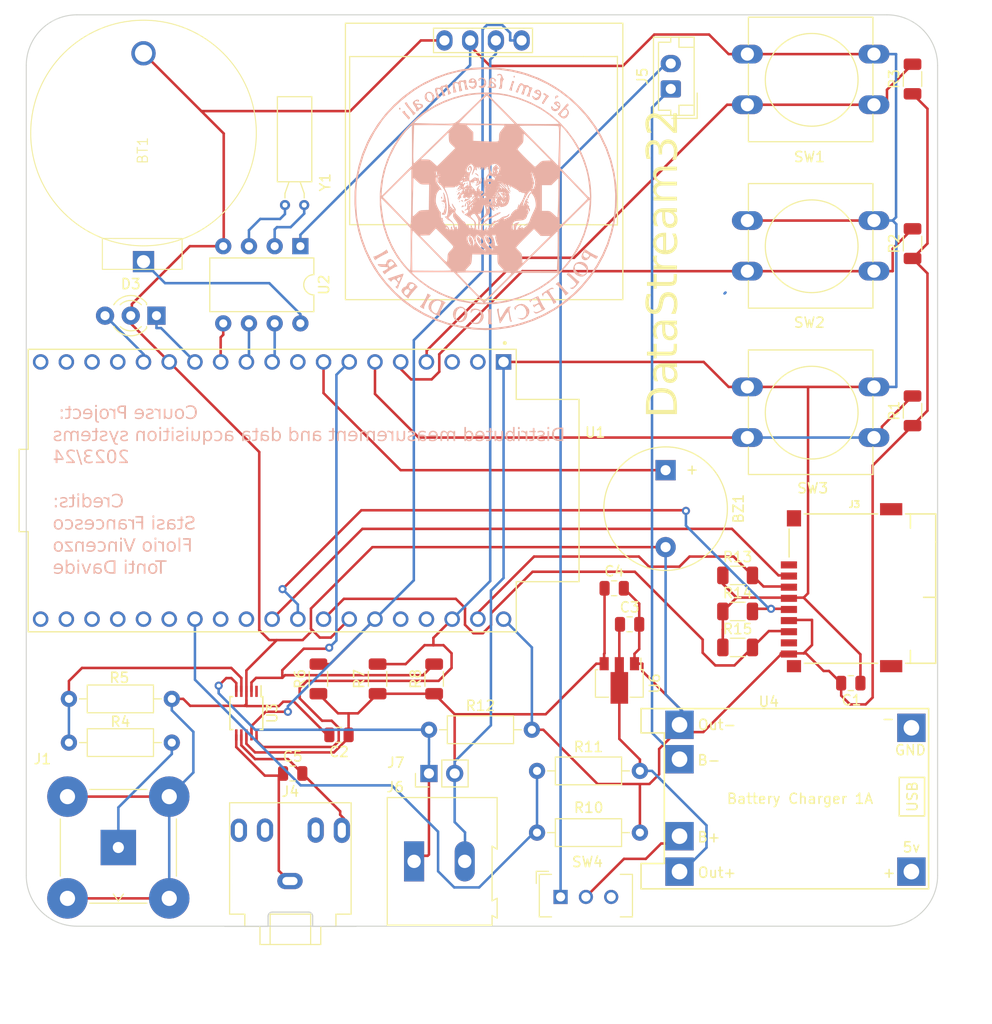
<source format=kicad_pcb>
(kicad_pcb (version 20221018) (generator pcbnew)
  (layers (0 "F.Cu" signal) (31 "B.Cu" signal) (34 "B.Paste" user) (35 "F.Paste" user) (36 "B.SilkS" user "B.Silkscreen") (37 "F.SilkS" user "F.Silkscreen") (38 "B.Mask" user) (39 "F.Mask" user) (44 "Edge.Cuts" user))
  (net 0 "")
  (net 1 "Net-(BT1-+)")
  (net 2 "GND")
  (net 3 "Net-(BZ1--)")
  (net 4 "+3.3V")
  (net 5 "Net-(U4-Vout+)")
  (net 6 "Net-(U3-AIN2)")
  (net 7 "Net-(U3-AIN3)")
  (net 8 "Net-(D3-A1)")
  (net 9 "Net-(D3-A2)")
  (net 10 "Net-(J1-In)")
  (net 11 "SCL")
  (net 12 "SDA")
  (net 14 "CS")
  (net 15 "MOSI")
  (net 16 "SCK")
  (net 17 "MISO")
  (net 20 "Net-(J5-Pin_1)")
  (net 21 "Net-(J5-Pin_2)")
  (net 22 "Net-(J6-Pin_1)")
  (net 23 "Net-(U1-IO35)")
  (net 24 "Net-(U1-IO34)")
  (net 25 "Net-(U1-SENSOR_VN)")
  (net 26 "Net-(U3-AIN0)")
  (net 27 "ALRT")
  (net 28 "BLEVEL")
  (net 29 "Net-(U4-B+)")
  (net 33 "SCLK")
  (net 34 "DTLOCK")
  (net 35 "CE")
  (net 50 "Net-(U2-X1)")
  (net 51 "Net-(U2-X2)")
  (footprint "Resistor_SMD:R_1206_3216Metric" (layer "F.Cu") (at 174.752 102.362)
    (fp_text reference "R13")
    (fp_text value "10kΩ")
  )
  (footprint "Resistor_SMD:R_1206_3216Metric" (layer "F.Cu") (at 192.024 86.106 90)
    (fp_text reference "R1")
    (fp_text value "10kΩ")
  )
  (footprint "Resistor_SMD:R_1206_3216Metric" (layer "F.Cu") (at 139.192 112.5835 90)
    (fp_text reference "R7")
    (fp_text value "10kΩ")
  )
  (footprint "000mylib:128x64OLED" (layer "F.Cu") (at 149.416 60.13)
    (fp_text reference "J2")
    (fp_text value "Conn_01x04")
  )
  (footprint "Resistor_SMD:R_1206_3216Metric" (layer "F.Cu") (at 192.024 69.596 90)
    (fp_text reference "R2")
    (fp_text value "10kΩ")
  )
  (footprint "Button_Switch_THT:SW_PUSH-12mm" (layer "F.Cu") (at 175.714 83.746)
    (fp_text reference "SW3")
    (fp_text value "SW_Push")
  )
  (footprint "Capacitor_SMD:C_0805_2012Metric" (layer "F.Cu") (at 162.56 103.632)
    (fp_text reference "C4")
    (fp_text value "10uF")
  )
  (footprint "000mylib:Battery_holder_cr2032" (layer "F.Cu") (at 116.078 58.674 90)
    (fp_text reference "BT1")
    (fp_text value "Battery_Cell")
  )
  (footprint "Resistor_SMD:R_1206_3216Metric" (layer "F.Cu") (at 144.78 112.5835 90)
    (fp_text reference "R8")
    (fp_text value "10kΩ")
  )
  (footprint "Capacitor_SMD:C_0805_2012Metric" (layer "F.Cu") (at 135.382 118.11 180)
    (fp_text reference "C2")
    (fp_text value "10uF")
  )
  (footprint "Connector_Coaxial:BNC_TEConnectivity_1478035_Horizontal" (layer "F.Cu") (at 113.593 129.231 180)
    (fp_text reference "J1")
    (fp_text value "Conn_Coaxial")
  )
  (footprint "Resistor_THT:R_Axial_DIN0207_L6.3mm_D2.5mm_P10.16mm_Horizontal" (layer "F.Cu") (at 144.272 117.602)
    (fp_text reference "R12")
    (fp_text value "1kΩ")
  )
  (footprint "TP4056-18650-master:TP4056-18650" (layer "F.Cu") (at 193.6125 133.3125 180)
    (fp_text reference "U4")
    (fp_text value "TP4056Module")
  )
  (footprint "Package_TO_SOT_SMD:SOT-89-3" (layer "F.Cu") (at 163.068 113.03 -90)
    (fp_text reference "U6")
    (fp_text value "HT7333-A")
  )
  (footprint "Connector_JST:JST_EH_B2B-EH-A_1x02_P2.50mm_Vertical" (layer "F.Cu") (at 168.148 54.316 90)
    (fp_text reference "J5")
    (fp_text value "Conn_01x02_Socket")
  )
  (footprint "Capacitor_SMD:C_0805_2012Metric" (layer "F.Cu") (at 130.81 121.92)
    (fp_text reference "C5")
    (fp_text value "22uf")
  )
  (footprint "Package_DIP:DIP-8_W7.62mm" (layer "F.Cu") (at 131.572 69.85 -90)
    (fp_text reference "U2")
    (fp_text value "DS1302+")
  )
  (footprint "Package_SO:TSSOP-10_3x3mm_P0.5mm" (layer "F.Cu") (at 126.238 115.96 -90)
    (fp_text reference "U3")
    (fp_text value "ADS1115IDGS")
  )
  (footprint "Resistor_SMD:R_1206_3216Metric" (layer "F.Cu") (at 174.752 105.918)
    (fp_text reference "R14")
    (fp_text value "10kΩ")
  )
  (footprint "Resistor_SMD:R_1206_3216Metric" (layer "F.Cu") (at 133.35 112.5835 90)
    (fp_text reference "R6")
    (fp_text value "10kΩ")
  )
  (footprint "TerminalBlock:TerminalBlock_Altech_AK300-2_P5.00mm" (layer "F.Cu") (at 142.8 130.6)
    (fp_text reference "J6")
    (fp_text value "Screw_Terminal_01x02")
  )
  (footprint "Buzzer_Beeper:Buzzer_12x9.5RM7.6" (layer "F.Cu") (at 167.64 91.968 -90)
    (fp_text reference "BZ1")
    (fp_text value "Buzzer")
  )
  (footprint "Button_Switch_THT:SW_PUSH-12mm" (layer "F.Cu") (at 175.714 50.88)
    (fp_text reference "SW1")
    (fp_text value "SW_Push")
  )
  (footprint "000mylib:SW_CuK_JS202011AQN_DPDT_Angled" (layer "F.Cu") (at 157.266 132.334)
    (fp_text reference "SW4")
    (fp_text value "SW_DIP_x01")
  )
  (footprint "microSDcard_SMD:J_SD_Card-micro_socket_A" (layer "F.Cu") (at 186.836455 104.538232 -90)
    (fp_text reference "J3")
    (fp_text value "Micro_SD_Card" hide)
  )
  (footprint "Capacitor_SMD:C_0805_2012Metric" (layer "F.Cu") (at 185.928 113 180)
    (fp_text reference "C1")
    (fp_text value "22nF")
  )
  (footprint "Resistor_SMD:R_1206_3216Metric" (layer "F.Cu") (at 192.024 53.34 90)
    (fp_text reference "R3")
    (fp_text value "10kΩ")
  )
  (footprint "Button_Switch_THT:SW_PUSH-12mm" (layer "F.Cu") (at 175.714 67.316)
    (fp_text reference "SW2")
    (fp_text value "SW_Push")
  )
  (footprint "LED_THT:LED_D3.0mm-3" (layer "F.Cu") (at 117.358 76.708 180)
    (fp_text reference "D3")
    (fp_text value "LED_Dual_AKA")
  )
  (footprint "Resistor_THT:R_Axial_DIN0207_L6.3mm_D2.5mm_P10.16mm_Horizontal" (layer "F.Cu") (at 108.712 114.554)
    (fp_text reference "R5")
    (fp_text value "10kΩ")
  )
  (footprint "Connector_PinHeader_2.54mm:PinHeader_1x02_P2.54mm_Vertical" (layer "F.Cu") (at 144.267 121.92 90)
    (fp_text reference "J7")
    (fp_text value "Conn_01x02")
  )
  (footprint "ESP32-DEVKITC:MODULE_ESP32-DEVKITC" (layer "F.Cu") (at 128.788 93.98 -90)
    (fp_text reference "U1")
    (fp_text value "ESP32-DEVKITC")
  )
  (footprint "Resistor_THT:R_Axial_DIN0207_L6.3mm_D2.5mm_P10.16mm_Horizontal" (layer "F.Cu") (at 154.94 121.666)
    (fp_text reference "R11")
    (fp_text value "27kΩ")
  )
  (footprint "Capacitor_SMD:C_0805_2012Metric" (layer "F.Cu") (at 164.084 107.188)
    (fp_text reference "C3")
    (fp_text value "10uF")
  )
  (footprint "Crystal:Crystal_C38-LF_D3.0mm_L8.0mm_Horizontal" (layer "F.Cu") (at 131.948 65.786 180)
    (fp_text reference "Y1")
    (fp_text value "32.768kHz")
  )
  (footprint "000mylib:Jack_3.5mm_CUI_SJ1-3525N_Horizontal" (layer "F.Cu") (at 130.5814 132.5118)
    (fp_text reference "J4")
    (fp_text value "AudioJack3")
    (fp_line (start -2.2 3.5) (end -2.2 4.5) (stroke (width 0.12)) (layer "Edge.Cuts"))
    (fp_line (start -2.2 4.5) (end -6.5 4.5) (stroke (width 0.12)) (layer "Edge.Cuts"))
    (fp_line (start 1.8 3.1) (end -1.8 3.1) (stroke (width 0.12)) (layer "Edge.Cuts"))
    (fp_line (start 2.2 3.5) (end 2.2 4.5) (stroke (width 0.12)) (layer "Edge.Cuts"))
    (fp_line (start 2.2 4.5) (end 6.5 4.5) (stroke (width 0.12)) (layer "Edge.Cuts"))
    (fp_arc (start -2.2 3.5) (mid -2.082842 3.217158) (end -1.8 3.1) (stroke (width 0.12)) (layer "Edge.Cuts"))
    (fp_arc (start 1.8 3.1) (mid 2.082843 3.217157) (end 2.2 3.5) (stroke (width 0.12)) (layer "Edge.Cuts"))
  )
  (footprint "Resistor_SMD:R_1206_3216Metric" (layer "F.Cu") (at 174.752 109.474)
    (fp_text reference "R15")
    (fp_text value "10kΩ")
  )
  (footprint "Resistor_THT:R_Axial_DIN0207_L6.3mm_D2.5mm_P10.16mm_Horizontal" (layer "F.Cu") (at 108.712 118.872)
    (fp_text reference "R4")
    (fp_text value "33kΩ")
  )
  (footprint "Resistor_THT:R_Axial_DIN0207_L6.3mm_D2.5mm_P10.16mm_Horizontal" (layer "F.Cu") (at 165.1 127.762 180)
    (fp_text reference "R10")
    (fp_text value "100kΩ")
  )
  (footprint "Graphic:poliba_logo" (layer "B.Cu") (at 149.8854 65.1256 180)
    (fp_text reference "G***")
    (fp_text value "LOGO" hide)
  )
  (gr_arc (start 109.5 137) (mid 105.964466 135.535534) (end 104.5 132) (stroke (width 0.1)) (layer "Edge.Cuts"))
  (gr_line (start 104.5 52) (end 104.5 132) (stroke (width 0.1)) (layer "Edge.Cuts"))
  (gr_arc (start 194.5 132) (mid 193.035534 135.535534) (end 189.5 137) (stroke (width 0.1)) (layer "Edge.Cuts"))
  (gr_arc (start 189.5 47) (mid 193.035534 48.464466) (end 194.5 52) (stroke (width 0.1)) (layer "Edge.Cuts"))
  (gr_arc (start 104.5 52) (mid 105.964466 48.464466) (end 109.5 47) (stroke (width 0.1)) (layer "Edge.Cuts"))
  (gr_line (start 189.5 47) (end 109.5 47) (stroke (width 0.1)) (layer "Edge.Cuts"))
  (gr_line (start 194.5 132) (end 194.5 52) (stroke (width 0.1)) (layer "Edge.Cuts"))
  (gr_line (start 109.5 137) (end 189.5 137) (stroke (width 0.1)) (layer "Edge.Cuts"))
  (gr_text "Course Project: \nDistributed measurement and data acquisition systems\n2023/24\n\nCredits:\nStasi Francesco\nFlorio Vincenzo\nTonti Davide" (at 107.1118 102.4128) (layer "B.SilkS") (effects (font (size 1.3 1.3)) (justify right bottom mirror)))
  (gr_text "DataStream32" (at 169.2656 86.8426 90) (layer "F.SilkS") (effects (font (size 3 3)) (justify left bottom)))
  (segment (start 131.572 77.47) (end 131.572 76.572) (width 0.25) (layer "B.Cu") (net 1))
  (segment (start 128.5 73.5) (end 118.204 73.5) (width 0.25) (layer "B.Cu") (net 1))
  (segment (start 131.572 76.572) (end 128.5 73.5) (width 0.25) (layer "B.Cu") (net 1))
  (segment (start 118.204 73.5) (end 116.078 71.374) (width 0.25) (layer "B.Cu") (net 1))
  (segment (start 127.508 90.17) (end 127.508 107.758) (width 0.25) (layer "F.Cu") (net 2))
  (segment (start 193.5 72.5345) (end 193.5 86.0925) (width 0.25) (layer "F.Cu") (net 2))
  (segment (start 121.787 56.5086) (end 116.078 50.8) (width 0.25) (layer "F.Cu") (net 2))
  (segment (start 154.432 117.602) (end 155.559 117.602) (width 0.25) (layer "F.Cu") (net 2))
  (segment (start 132.6134 105.6366) (end 132.6134 107.6294) (width 0.25) (layer "F.Cu") (net 2))
  (segment (start 179.019 110.174) (end 171.359 117.834) (width 0.25) (layer "F.Cu") (net 2))
  (segment (start 192.024 54.8025) (end 193.5 56.2785) (width 0.25) (layer "F.Cu") (net 2))
  (segment (start 134.432 118.11) (end 134.2136 118.11) (width 0.25) (layer "F.Cu") (net 2))
  (segment (start 180.1461 106.758) (end 180.146 106.758) (width 0.25) (layer "F.Cu") (net 2))
  (segment (start 188.087 91.5055) (end 188.087 114.413) (width 0.25) (layer "F.Cu") (net 2))
  (segment (start 123.952 69.85) (end 120.65 69.85) (width 0.25) (layer "F.Cu") (net 2))
  (segment (start 118.872 114.554) (end 119.999 114.554) (width 0.25) (layer "F.Cu") (net 2))
  (segment (start 182.1 109.231) (end 182.1 106.758) (width 0.25) (layer "F.Cu") (net 2))
  (segment (start 136.398 106.68) (end 134.578 108.5) (width 0.25) (layer "F.Cu") (net 2))
  (segment (start 165.1 122.96) (end 165.1 127.762) (width 0.25) (layer "F.Cu") (net 2))
  (segment (start 185.85 115.1) (end 184.978 114.228) (width 0.25) (layer "F.Cu") (net 2))
  (segment (start 168.666 117.834) (end 169.632 117.834) (width 0.25) (layer "F.Cu") (net 2))
  (segment (start 165.1 122.96) (end 166.04 122.96) (width 0.25) (layer "F.Cu") (net 2))
  (segment (start 119.999 114.554) (end 120.6848 115.2398) (width 0.25) (layer "F.Cu") (net 2))
  (segment (start 160.917 122.96) (end 165.1 122.96) (width 0.25) (layer "F.Cu") (net 2))
  (segment (start 114.929 76.708) (end 114.929 77.5906) (width 0.25) (layer "F.Cu") (net 2))
  (segment (start 187.4 115.1) (end 185.85 115.1) (width 0.25) (layer "F.Cu") (net 2))
  (segment (start 166.04 122.96) (end 167 122) (width 0.25) (layer "F.Cu") (net 2))
  (segment (start 164.568 110.103) (end 165.034 109.637) (width 0.25) (layer "F.Cu") (net 2))
  (segment (start 130.937 114.8334) (end 129.8702 114.8334) (width 0.25) (layer "F.Cu") (net 2))
  (segment (start 181.273 110.058) (end 182.1 109.231) (width 0.25) (layer "F.Cu") (net 2))
  (segment (start 108.568 134.256) (end 118.618 134.256) (width 0.25) (layer "F.Cu") (net 2))
  (segment (start 165.034 109.637) (end 165.034 107.188) (width 0.25) (layer "F.Cu") (net 2))
  (segment (start 131.794 108.748) (end 129.238 108.748) (width 0.25) (layer "F.Cu") (net 2))
  (segment (start 184.978 114.228) (end 184.978 113) (width 0.25) (layer "F.Cu") (net 2))
  (segment (start 181.273 110.058) (end 180.1461 110.058) (width 0.25) (layer "F.Cu") (net 2))
  (segment (start 167 119.5) (end 168.666 117.834) (width 0.25) (layer "F.Cu") (net 2))
  (segment (start 192.024 71.0585) (end 193.5 72.5345) (width 0.25) (layer "F.Cu") (net 2))
  (segment (start 129.238 108.748) (end 126.238 111.748) (width 0.25) (layer "F.Cu") (net 2))
  (segment (start 165.034 107.188) (end 165.034 105.156) (width 0.25) (layer "F.Cu") (net 2))
  (segment (start 126.238 113.81) (end 126.238 114.687) (width 0.25) (layer "F.Cu") (net 2))
  (segment (start 126.0602 115.2398) (end 126.238 115.062) (width 0.25) (layer "F.Cu") (net 2))
  (segment (start 133.485 108.5) (end 132.763 107.779) (width 0.25) (layer "F.Cu") (net 2))
  (segment (start 183.238 111.798) (end 181.498 110.058) (width 0.25) (layer "F.Cu") (net 2))
  (segment (start 167.64 99.568) (end 138.682 99.568) (width 0.25) (layer "F.Cu") (net 2))
  (segment (start 169.632 117.1125) (end 169.632 116.108) (width 0.25) (layer "F.Cu") (net 2))
  (segment (start 183.776 111.798) (end 184.978 113) (width 0.25) (layer "F.Cu") (net 2))
  (segment (start 126.238 111.748) (end 126.238 113.81) (width 0.25) (layer "F.Cu") (net 2))
  (segment (start 183.238 111.798) (end 183.776 111.798) (width 0.25) (layer "F.Cu") (net 2))
  (segment (start 126.238 115.2652) (end 126.238 114.687) (width 0.25) (layer "F.Cu") (net 2))
  (segment (start 108.568 124.206) (end 118.618 124.206) (width 0.25) (layer "F.Cu") (net 2))
  (segment (start 179.019 110.058) (end 179.019 110.174) (width 0.25) (layer "F.Cu") (net 2))
  (segment (start 123.952 69.85) (end 124 69.802) (width 0.25) (layer "F.Cu") (net 2))
  (segment (start 181.498 110.058) (end 181.273 110.058) (width 0.25) (layer "F.Cu") (net 2))
  (segment (start 127.508 107.758) (end 128.498 108.748) (width 0.25) (layer "F.Cu") (net 2))
  (segment (start 126.238 115.062) (end 126.238 114.687) (width 0.25) (layer "F.Cu") (net 2))
  (segment (start 193.5 86.0925) (end 192.024 87.5685) (width 0.25) (layer "F.Cu") (net 2))
  (segment (start 165.345 111.08) (end 164.568 111.08) (width 0.25) (layer "F.Cu") (net 2))
  (segment (start 114.929 75.5714) (end 114.929 76.708) (width 0.25) (layer "F.Cu") (net 2))
  (segment (start 188.087 114.413) (end 187.4 115.1) (width 0.25) (layer "F.Cu") (net 2))
  (segment (start 169.632 117.834) (end 169.632 117.1125) (width 0.25) (layer "F.Cu") (net 2))
  (segment (start 182.1 106.758) (end 180.1461 106.758) (width 0.25) (layer "F.Cu") (net 2))
  (segment (start 138.682 99.568) (end 132.6134 105.6366) (width 0.25) (layer "F.Cu") (net 2))
  (segment (start 124 58.722) (end 121.787 56.5086) (width 0.25) (layer "F.Cu") (net 2))
  (segment (start 143.47 49.53) (end 145.796 49.53) (width 0.25) (layer "F.Cu") (net 2))
  (segment (start 121.787 56.5086) (end 136.491 56.5086) (width 0.25) (layer "F.Cu") (net 2))
  (segment (start 165.345 111.82) (end 165.345 111.08) (width 0.25) (layer "F.Cu") (net 2))
  (segment (start 129.4384 115.2652) (end 126.238 115.2652) (width 0.25) (layer "F.Cu") (net 2))
  (segment (start 167 122) (end 167 119.5) (width 0.25) (layer "F.Cu") (net 2))
  (segment (start 169.0125 117.1125) (end 169.632 117.1125) (width 0.25) (layer "F.Cu") (net 2))
  (segment (start 128.498 108.748) (end 129.238 108.748) (width 0.25) (layer "F.Cu") (net 2))
  (segment (start 114.929 77.5906) (end 118.618 81.28) (width 0.25) (layer "F.Cu") (net 2))
  (segment (start 134.2136 118.11) (end 130.937 114.8334) (width 0.25) (layer "F.Cu") (net 2))
  (segment (start 118.618 81.28) (end 127.508 90.17) (width 0.25) (layer "F.Cu") (net 2))
  (segment (start 134.578 108.5) (end 133.485 108.5) (width 0.25) (layer "F.Cu") (net 2))
  (segment (start 132.6134 107.6294) (end 132.763 107.779) (width 0.25) (layer "F.Cu") (net 2))
  (segment (start 120.65 69.85) (end 114.929 75.5714) (width 0.25) (layer "F.Cu") (net 2))
  (segment (start 169.632 116.108) (end 165.345 111.82) (width 0.25) (layer "F.Cu") (net 2))
  (segment (start 132.763 107.779) (end 131.794 108.748) (width 0.25) (layer "F.Cu") (net 2))
  (segment (start 192.024 87.5685) (end 188.087 91.5055) (width 0.25) (layer "F.Cu") (net 2))
  (segment (start 180.1461 110.058) (end 179.019 110.058) (width 0.25) (layer "F.Cu") (net 2))
  (segment (start 114.929 76.708) (end 114.818 76.708) (width 0.25) (layer "F.Cu") (net 2))
  (segment (start 124 69.802) (end 124 58.722) (width 0.25) (layer "F.Cu") (net 2))
  (segment (start 165.034 105.156) (end 163.51 103.632) (width 0.25) (layer "F.Cu") (net 2))
  (segment (start 136.491 56.5086) (end 143.47 49.53) (width 0.25) (layer "F.Cu") (net 2))
  (segment (start 193.5 69.5825) (end 192.024 71.0585) (width 0.25) (layer "F.Cu") (net 2))
  (segment (start 120.6848 115.2398) (end 126.0602 115.2398) (width 0.25) (layer "F.Cu") (net 2))
  (segment (start 155.559 117.602) (end 160.917 122.96) (width 0.25) (layer "F.Cu") (net 2))
  (segment (start 171.359 117.834) (end 169.632 117.834) (width 0.25) (layer "F.Cu") (net 2))
  (segment (start 164.568 111.08) (end 164.568 110.103) (width 0.25) (layer "F.Cu") (net 2))
  (segment (start 129.8702 114.8334) (end 129.4384 115.2652) (width 0.25) (layer "F.Cu") (net 2))
  (segment (start 193.5 56.2785) (end 193.5 69.5825) (width 0.25) (layer "F.Cu") (net 2))
  (segment (start 118.618 124.206) (end 118.618 134.256) (width 0.25) (layer "B.Cu") (net 2))
  (segment (start 121 121.824) (end 118.618 124.206) (width 0.25) (layer "B.Cu") (net 2))
  (segment (start 169.632 117.1125) (end 169.632 116.108) (width 0.25) (layer "B.Cu") (net 2))
  (segment (start 118.872 115.681) (end 121 117.809) (width 0.25) (layer "B.Cu") (net 2))
  (segment (start 169.632 117.834) (end 169.632 117.1125) (width 0.25) (layer "B.Cu") (net 2))
  (segment (start 121 117.809) (end 121 121.824) (width 0.25) (layer "B.Cu") (net 2))
  (segment (start 154.432 109.474) (end 154.432 117.602) (width 0.25) (layer "B.Cu") (net 2))
  (segment (start 169.632 116.108) (end 167.64 114.116) (width 0.25) (layer "B.Cu") (net 2))
  (segment (start 167.64 114.116) (end 167.64 99.568) (width 0.25) (layer "B.Cu") (net 2))
  (segment (start 118.872 114.554) (end 118.872 115.681) (width 0.25) (layer "B.Cu") (net 2))
  (segment (start 169.0125 117.1125) (end 169.632 117.1125) (width 0.25) (layer "B.Cu") (net 2))
  (segment (start 151.638 106.68) (end 154.432 109.474) (width 0.25) (layer "B.Cu") (net 2))
  (segment (start 133.858 84.358) (end 141.468 91.968) (width 0.25) (layer "F.Cu") (net 3))
  (segment (start 133.858 81.28) (end 133.858 84.358) (width 0.25) (layer "F.Cu") (net 3))
  (segment (start 141.468 91.968) (end 167.64 91.968) (width 0.25) (layer "F.Cu") (net 3))
  (segment (start 175.714 50.88) (end 173.863 50.88) (width 0.25) (layer "F.Cu") (net 4))
  (segment (start 173.97 105.238) (end 173.9695 105.238) (width 0.25) (layer "F.Cu") (net 4))
  (segment (start 150.2946 52.0446) (end 148.336 50.086) (width 0.25) (layer "F.Cu") (net 4))
  (segment (start 148.336 50.086) (end 148.336 49.53) (width 0.25) (layer "F.Cu") (net 4))
  (segment (start 181.273 104.558) (end 186.878 110.163) (width 0.25) (layer "F.Cu") (net 4))
  (segment (start 173.29 103.198) (end 173.29 102.78) (width 0.25) (layer "F.Cu") (net 4))
  (segment (start 173.29 102.78) (end 173.29 102.362) (width 0.25) (layer "F.Cu") (net 4))
  (segment (start 161.568 111.08) (end 161.568 110.103) (width 0.25) (layer "F.Cu") (net 4))
  (segment (start 136.332 115.982) (end 136.332 118.11) (width 0.25) (layer "F.Cu") (net 4))
  (segment (start 146.807 116.073) (end 155.798 116.073) (width 0.25) (layer "F.Cu") (net 4))
  (segment (start 171.9288 48.9458) (end 166.5224 48.9458) (width 0.25) (layer "F.Cu") (net 4))
  (segment (start 173.29 107.696) (end 173.2895 107.6965) (width 0.25) (layer "F.Cu") (net 4))
  (segment (start 136.332 118.391) (end 136.332 118.11) (width 0.25) (layer "F.Cu") (net 4))
  (segment (start 144.78 114.046) (end 139.192 114.046) (width 0.25) (layer "F.Cu") (net 4))
  (segment (start 173.29 105.918) (end 173.29 107.696) (width 0.25) (layer "F.Cu") (net 4))
  (segment (start 161.61 110.061) (end 161.61 103.632) (width 0.25) (layer "F.Cu") (net 4))
  (segment (start 137.256 115.982) (end 136.332 115.982) (width 0.25) (layer "F.Cu") (net 4))
  (segment (start 126.238 118.11) (end 126.238 118.987) (width 0.25) (layer "F.Cu") (net 4))
  (segment (start 126.238 118.987) (end 127.0882 119.8372) (width 0.25) (layer "F.Cu") (net 4))
  (segment (start 134.8858 119.8372) (end 136.332 118.391) (width 0.25) (layer "F.Cu") (net 4))
  (segment (start 186.878 110.163) (end 186.878 113) (width 0.25) (layer "F.Cu") (net 4))
  (segment (start 173.29 102.78) (end 173.2895 102.7795) (width 0.25) (layer "F.Cu") (net 4))
  (segment (start 173.863 83.746) (end 175.714 83.746) (width 0.25) (layer "F.Cu") (net 4))
  (segment (start 174.65 104.558) (end 173.29 103.198) (width 0.25) (layer "F.Cu") (net 4))
  (segment (start 155.798 116.073) (end 160.791 111.08) (width 0.25) (layer "F.Cu") (net 4))
  (segment (start 173.2895 102.7795) (end 173.2895 102.362) (width 0.25) (layer "F.Cu") (net 4))
  (segment (start 146.807 116.073) (end 144.78 114.046) (width 0.25) (layer "F.Cu") (net 4))
  (segment (start 174.65 104.558) (end 173.97 105.238) (width 0.25) (layer "F.Cu") (net 4))
  (segment (start 181.706 83.746) (end 181.706 104.125) (width 0.25) (layer "F.Cu") (net 4))
  (segment (start 173.9695 105.238) (end 173.2895 105.918) (width 0.25) (layer "F.Cu") (net 4))
  (segment (start 160.791 111.08) (end 161.568 111.08) (width 0.25) (layer "F.Cu") (net 4))
  (segment (start 173.2895 107.6965) (end 173.2895 109.474) (width 0.25) (layer "F.Cu") (net 4))
  (segment (start 146.807 121.92) (end 146.807 116.073) (width 0.25) (layer "F.Cu") (net 4))
  (segment (start 135.286 115.982) (end 133.35 114.046) (width 0.25) (layer "F.Cu") (net 4))
  (segment (start 127.0882 119.8372) (end 134.8858 119.8372) (width 0.25) (layer "F.Cu") (net 4))
  (segment (start 151.638 81.28) (end 171.397 81.28) (width 0.25) (layer "F.Cu") (net 4))
  (segment (start 136.332 115.982) (end 135.286 115.982) (width 0.25) (layer "F.Cu") (net 4))
  (segment (start 175.714 83.746) (end 181.706 83.746) (width 0.25) (layer "F.Cu") (net 4))
  (segment (start 188.214 50.88) (end 175.714 50.88) (width 0.25) (layer "F.Cu") (net 4))
  (segment (start 174.65 104.558) (end 180.1461 104.558) (width 0.25) (layer "F.Cu") (net 4))
  (segment (start 186.878 113) (end 186.878 113.538) (width 0.25) (layer "F.Cu") (net 4))
  (segment (start 173.29 107.696) (end 173.29 109.474) (width 0.25) (layer "F.Cu") (net 4))
  (segment (start 161.568 110.103) (end 161.61 110.061) (width 0.25) (layer "F.Cu") (net 4))
  (segment (start 180.1461 104.558) (end 181.273 104.558) (width 0.25) (layer "F.Cu") (net 4))
  (segment (start 173.863 50.88) (end 171.9288 48.9458) (width 0.25) (layer "F.Cu") (net 4))
  (segment (start 181.706 104.125) (end 181.273 104.558) (width 0.25) (layer "F.Cu") (net 4))
  (segment (start 171.397 81.28) (end 173.863 83.746) (width 0.25) (layer "F.Cu") (net 4))
  (segment (start 173.97 105.238) (end 173.29 105.918) (width 0.25) (layer "F.Cu") (net 4))
  (segment (start 139.192 114.046) (end 137.256 115.982) (width 0.25) (layer "F.Cu") (net 4))
  (segment (start 163.4236 52.0446) (end 150.2946 52.0446) (width 0.25) (layer "F.Cu") (net 4))
  (segment (start 166.5224 48.9458) (end 163.4236 52.0446) (width 0.25) (layer "F.Cu") (net 4))
  (segment (start 188.214 67.316) (end 175.714 67.316) (width 0.25) (layer "F.Cu") (net 4))
  (segment (start 188.214 83.746) (end 181.706 83.746) (width 0.25) (layer "F.Cu") (net 4))
  (segment (start 148.336 49.53) (end 148.336 51.9591) (width 0.25) (layer "B.Cu") (net 4))
  (segment (start 146.807 121.92) (end 146.807 126.72) (width 0.25) (layer "B.Cu") (net 4))
  (segment (start 190.4238 67.6748) (end 190.065 67.316) (width 0.25) (layer "B.Cu") (net 4))
  (segment (start 188.214 67.316) (end 190.065 67.316) (width 0.25) (layer "B.Cu") (net 4))
  (segment (start 188.214 83.746) (end 190.4238 83.746) (width 0.25) (layer "B.Cu") (net 4))
  (segment (start 131.572 68.7231) (end 131.572 69.85) (width 0.25) (layer "B.Cu") (net 4))
  (segment (start 146.807 120.743) (end 150.388 117.162) (width 0.25) (layer "B.Cu") (net 4))
  (segment (start 190.4238 83.746) (end 190.4238 67.6748) (width 0.25) (layer "B.Cu") (net 4))
  (segment (start 147.828 127.741) (end 147.828 130.048) (width 0.25) (layer "B.Cu") (net 4))
  (segment (start 151.638 102.616) (end 151.638 81.28) (width 0.25) (layer "B.Cu") (net 4))
  (segment (start 146.807 121.92) (end 146.807 120.743) (width 0.25) (layer "B.Cu") (net 4))
  (segment (start 150.388 117.162) (end 150.388 103.866) (width 0.25) (layer "B.Cu") (net 4))
  (segment (start 146.807 126.72) (end 147.828 127.741) (width 0.25) (layer "B.Cu") (net 4))
  (segment (start 148.336 51.9591) (end 131.572 68.7231) (width 0.25) (layer "B.Cu") (net 4))
  (segment (start 190.3984 50.88) (end 190.3984 66.9826) (width 0.25) (layer "B.Cu") (net 4))
  (segment (start 188.214 50.88) (end 190.3984 50.88) (width 0.25) (layer "B.Cu") (net 4))
  (segment (start 147.8 130.6) (end 147.828 130.572) (width 0.25) (layer "B.Cu") (net 4))
  (segment (start 150.388 103.866) (end 151.638 102.616) (width 0.25) (layer "B.Cu") (net 4))
  (segment (start 190.3984 66.9826) (end 190.065 67.316) (width 0.25) (layer "B.Cu") (net 4))
  (segment (start 147.828 130.572) (end 147.828 130.048) (width 0.25) (layer "B.Cu") (net 4))
  (segment (start 165.1 120.539) (end 163.068 118.507) (width 0.25) (layer "F.Cu") (net 5))
  (segment (start 165.1 121.666) (end 165.1 120.539) (width 0.25) (layer "F.Cu") (net 5))
  (segment (start 163.068 111.1675) (end 163.068 107.254) (width 0.25) (layer "F.Cu") (net 5))
  (segment (start 163.068 118.507) (end 163.068 111.1675) (width 0.25) (layer "F.Cu") (net 5))
  (segment (start 163.068 107.254) (end 163.134 107.188) (width 0.25) (layer "F.Cu") (net 5))
  (segment (start 165.1 121.666) (end 166.2938 121.666) (width 0.25) (layer "B.Cu") (net 5))
  (segment (start 169.632 130.608) (end 169.632 131.471) (width 0.25) (layer "B.Cu") (net 5))
  (segment (start 169.68 130.56) (end 169.632 130.608) (width 0.25) (layer "B.Cu") (net 5))
  (segment (start 169.632 131.471) (end 169.632 132.334) (width 0.25) (layer "B.Cu") (net 5))
  (segment (start 169.154 131.471) (end 169.0125 131.6125) (width 0.25) (layer "B.Cu") (net 5))
  (segment (start 171.6786 127.0508) (end 171.6786 129.2352) (width 0.25) (layer "B.Cu") (net 5))
  (segment (start 169.632 131.471) (end 169.154 131.471) (width 0.25) (layer "B.Cu") (net 5))
  (segment (start 170.3538 130.56) (end 169.68 130.56) (width 0.25) (layer "B.Cu") (net 5))
  (segment (start 166.2938 121.666) (end 171.6786 127.0508) (width 0.25) (layer "B.Cu") (net 5))
  (segment (start 171.6786 129.2352) (end 170.3538 130.56) (width 0.25) (layer "B.Cu") (net 5))
  (segment (start 130.85 132) (end 129.919 132) (width 0.25) (layer "F.Cu") (net 6))
  (segment (start 129.646 122.134) (end 129.479 122.134) (width 0.25) (layer "F.Cu") (net 6))
  (segment (start 129.479 122.134) (end 128.058 122.134) (width 0.25) (layer "F.Cu") (net 6))
  (segment (start 129.86 121.92) (end 129.646 122.134) (width 0.25) (layer "F.Cu") (net 6))
  (segment (start 129.919 132) (end 129.4384 131.5194) (width 0.25) (layer "F.Cu") (net 6))
  (segment (start 128.058 122.134) (end 125.238 119.314) (width 0.25) (layer "F.Cu") (net 6))
  (segment (start 125.238 119.314) (end 125.238 118.11) (width 0.25) (layer "F.Cu") (net 6))
  (segment (start 129.4384 131.5194) (end 129.4384 122.1746) (width 0.25) (layer "F.Cu") (net 6))
  (segment (start 129.4384 122.1746) (end 129.479 122.134) (width 0.25) (layer "F.Cu") (net 6))
  (segment (start 130.34 120.5) (end 131.76 121.92) (width 0.25) (layer "F.Cu") (net 7))
  (segment (start 135.5 126) (end 135.5 125.66) (width 0.25) (layer "F.Cu") (net 7))
  (segment (start 135.85 126.35) (end 135.5 126) (width 0.25) (layer "F.Cu") (net 7))
  (segment (start 125.738 119.14) (end 127.098 120.5) (width 0.25) (layer "F.Cu") (net 7))
  (segment (start 125.738 118.11) (end 125.738 119.14) (width 0.25) (layer "F.Cu") (net 7))
  (segment (start 135.5 125.66) (end 131.76 121.92) (width 0.25) (layer "F.Cu") (net 7))
  (segment (start 127.098 120.5) (end 130.34 120.5) (width 0.25) (layer "F.Cu") (net 7))
  (segment (start 135.85 127) (end 135.85 126.35) (width 0.25) (layer "F.Cu") (net 7))
  (segment (start 121.158 81.28) (end 117.813 77.9349) (width 0.25) (layer "B.Cu") (net 8))
  (segment (start 117.813 77.9349) (end 117.358 77.9349) (width 0.25) (layer "B.Cu") (net 8))
  (segment (start 117.358 77.9349) (end 117.358 76.708) (width 0.25) (layer "B.Cu") (net 8))
  (segment (start 116.078 80.508) (end 112.278 76.708) (width 0.25) (layer "B.Cu") (net 9))
  (segment (start 116.078 81.28) (end 116.078 80.508) (width 0.25) (layer "B.Cu") (net 9))
  (segment (start 118.872 118.872) (end 118.872 119.999) (width 0.25) (layer "B.Cu") (net 10))
  (segment (start 118.872 119.999) (end 113.593 125.278) (width 0.25) (layer "B.Cu") (net 10))
  (segment (start 113.593 125.278) (end 113.593 129.231) (width 0.25) (layer "B.Cu") (net 10))
  (segment (start 135.3566 117.4116) (end 135.3566 118.7304) (width 0.25) (layer "F.Cu") (net 11))
  (segment (start 135.3566 118.7304) (end 134.7832 119.3038) (width 0.25) (layer "F.Cu") (net 11))
  (segment (start 131.5 114.5) (end 133.713 116.713) (width 0.25) (layer "F.Cu") (net 11))
  (segment (start 134.7832 119.3038) (end 127.8678 119.3038) (width 0.25) (layer "F.Cu") (net 11))
  (segment (start 146.558 106.68) (end 144.706 108.532) (width 0.25) (layer "F.Cu") (net 11))
  (segment (start 144.706 108.532) (end 144.706 109.253) (width 0.25) (layer "F.Cu") (net 11))
  (segment (start 146.5 111.5) (end 145.224 112.776) (width 0.25) (layer "F.Cu") (net 11))
  (segment (start 143.8326 109.253) (end 144.706 109.253) (width 0.25) (layer "F.Cu") (net 11))
  (segment (start 145.702 109.253) (end 146.5 110.051) (width 0.25) (layer "F.Cu") (net 11))
  (segment (start 133.713 116.713) (end 134.658 116.713) (width 0.25) (layer "F.Cu") (net 11))
  (segment (start 127.8678 119.3038) (end 127.238 118.674) (width 0.25) (layer "F.Cu") (net 11))
  (segment (start 145.224 112.776) (end 132.224 112.776) (width 0.25) (layer "F.Cu") (net 11))
  (segment (start 139.192 111.121) (end 141.9646 111.121) (width 0.25) (layer "F.Cu") (net 11))
  (segment (start 141.9646 111.121) (end 143.8326 109.253) (width 0.25) (layer "F.Cu") (net 11))
  (segment (start 131.5 113.5) (end 131.5 114.5) (width 0.25) (layer "F.Cu") (net 11))
  (segment (start 146.5 110.051) (end 146.5 111.5) (width 0.25) (layer "F.Cu") (net 11))
  (segment (start 134.658 116.713) (end 135.3566 117.4116) (width 0.25) (layer "F.Cu") (net 11))
  (segment (start 132.224 112.776) (end 131.5 113.5) (width 0.25) (layer "F.Cu") (net 11))
  (segment (start 127.238 118.674) (end 127.238 118.11) (width 0.25) (layer "F.Cu") (net 11))
  (segment (start 144.706 109.253) (end 145.702 109.253) (width 0.25) (layer "F.Cu") (net 11))
  (segment (start 150.3172 51.4157) (end 150.3172 102.9208) (width 0.25) (layer "B.Cu") (net 11))
  (segment (start 150.876 50.8569) (end 150.3172 51.4157) (width 0.25) (layer "B.Cu") (net 11))
  (segment (start 150.3172 102.9208) (end 146.558 106.68) (width 0.25) (layer "B.Cu") (net 11))
  (segment (start 150.876 49.53) (end 150.876 50.8569) (width 0.25) (layer "B.Cu") (net 11))
  (segment (start 134.497 111.121) (end 133.35 111.121) (width 0.25) (layer "F.Cu") (net 12))
  (segment (start 126.738 118.11) (end 126.738 117.233) (width 0.25) (layer "F.Cu") (net 12))
  (segment (start 126.738 117.233) (end 128.146 115.826) (width 0.25) (layer "F.Cu") (net 12))
  (segment (start 138.938 106.68) (end 134.497 111.121) (width 0.25) (layer "F.Cu") (net 12))
  (segment (start 128.146 115.826) (end 130.335 115.826) (width 0.25) (layer "F.Cu") (net 12))
  (via (at 130.335 115.826) (size 0.8) (drill 0.4) (layers "F.Cu" "B.Cu") (net 12))
  (segment (start 138.938 106.68) (end 130.335 115.283) (width 0.25) (layer "B.Cu") (net 12))
  (segment (start 142.7734 79.1327) (end 142.7734 102.8446) (width 0.25) (layer "B.Cu") (net 12))
  (segment (start 150 48) (end 149.562 48.4385) (width 0.25) (layer "B.Cu") (net 12))
  (segment (start 152.289 48.7891) (end 151.5 48) (width 0.25) (layer "B.Cu") (net 12))
  (segment (start 130.335 115.283) (end 130.335 115.826) (width 0.25) (layer "B.Cu") (net 12))
  (segment (start 142.7734 102.8446) (end 138.938 106.68) (width 0.25) (layer "B.Cu") (net 12))
  (segment (start 149.562 48.4385) (end 149.562 72.3441) (width 0.25) (layer "B.Cu") (net 12))
  (segment (start 149.562 72.3441) (end 142.7734 79.1327) (width 0.25) (layer "B.Cu") (net 12))
  (segment (start 152.289 49.53) (end 152.289 48.7891) (width 0.25) (layer "B.Cu") (net 12))
  (segment (start 153.416 49.53) (end 152.289 49.53) (width 0.25) (layer "B.Cu") (net 12))
  (segment (start 151.5 48) (end 150 48) (width 0.25) (layer "B.Cu") (net 12))
  (segment (start 137.6934 97.7646) (end 174.1932 97.7646) (width 0.25) (layer "F.Cu") (net 14))
  (segment (start 178.7866 102.358) (end 180.1461 102.358) (width 0.25) (layer "F.Cu") (net 14))
  (segment (start 128.778 106.68) (end 137.6934 97.7646) (width 0.25) (layer "F.Cu") (net 14))
  (segment (start 174.1932 97.7646) (end 178.7866 102.358) (width 0.25) (layer "F.Cu") (net 14))
  (segment (start 177.31 103.458) (end 180.146 103.458) (width 0.25) (layer "F.Cu") (net 15))
  (segment (start 174.352 100.5) (end 175.831 101.979) (width 0.25) (layer "F.Cu") (net 15))
  (segment (start 149.098 106.045) (end 154.643 100.5) (width 0.25) (layer "F.Cu") (net 15))
  (segment (start 175.831 101.979) (end 177.31 103.458) (width 0.25) (layer "F.Cu") (net 15))
  (segment (start 180.146 103.458) (end 180.1461 103.458) (width 0.25) (layer "F.Cu") (net 15))
  (segment (start 149.098 106.68) (end 149.098 106.045) (width 0.25) (layer "F.Cu") (net 15))
  (segment (start 165 100.5) (end 166 101.5) (width 0.25) (layer "F.Cu") (net 15))
  (segment (start 154.643 100.5) (end 165 100.5) (width 0.25) (layer "F.Cu") (net 15))
  (segment (start 166 101.5) (end 169 101.5) (width 0.25) (layer "F.Cu") (net 15))
  (segment (start 175.831 101.979) (end 175.8315 101.979) (width 0.25) (layer "F.Cu") (net 15))
  (segment (start 169 101.5) (end 170 100.5) (width 0.25) (layer "F.Cu") (net 15))
  (segment (start 170 100.5) (end 174.352 100.5) (width 0.25) (layer "F.Cu") (net 15))
  (segment (start 175.8315 101.979) (end 176.2145 102.362) (width 0.25) (layer "F.Cu") (net 15))
  (segment (start 176.474 105.658) (end 176.2143 105.9177) (width 0.25) (layer "F.Cu") (net 16))
  (segment (start 169.6466 95.9866) (end 169.5859 95.9259) (width 0.25) (layer "F.Cu") (net 16))
  (segment (start 178.054 105.658) (end 180.1461 105.658) (width 0.25) (layer "F.Cu") (net 16))
  (segment (start 169.5859 95.9259) (end 137.59 95.9259) (width 0.25) (layer "F.Cu") (net 16))
  (segment (start 176.2143 105.9178) (end 176.2143 105.9177) (width 0.25) (layer "F.Cu") (net 16))
  (segment (start 176.2145 105.918) (end 176.2143 105.9178) (width 0.25) (layer "F.Cu") (net 16))
  (segment (start 176.2143 105.9177) (end 176.214 105.918) (width 0.25) (layer "F.Cu") (net 16))
  (segment (start 137.59 95.9259) (end 129.8037 103.7122) (width 0.25) (layer "F.Cu") (net 16))
  (segment (start 178.054 105.658) (end 176.474 105.658) (width 0.25) (layer "F.Cu") (net 16))
  (via (at 178.054 105.658) (size 0.8) (drill 0.4) (layers "F.Cu" "B.Cu") (net 16))
  (via (at 169.6466 95.9866) (size 0.8) (drill 0.4) (layers "F.Cu" "B.Cu") (net 16))
  (via (at 129.8037 103.7122) (size 0.8) (drill 0.4) (layers "F.Cu" "B.Cu") (net 16))
  (segment (start 178.054 105.658) (end 177.86 105.658) (width 0.25) (layer "B.Cu") (net 16))
  (segment (start 177.86 105.658) (end 169.6466 97.4446) (width 0.25) (layer "B.Cu") (net 16))
  (segment (start 169.6466 97.4446) (end 169.6466 95.9866) (width 0.25) (layer "B.Cu") (net 16))
  (segment (start 131.318 105.2265) (end 131.318 106.68) (width 0.25) (layer "B.Cu") (net 16))
  (segment (start 129.8037 103.7122) (end 131.318 105.2265) (width 0.25) (layer "B.Cu") (net 16))
  (segment (start 148.6662 108.077) (end 149.5806 108.077) (width 0.25) (layer "F.Cu") (net 17))
  (segment (start 176.209 109.479) (end 177.83 107.858) (width 0.25) (layer "F.Cu") (net 17))
  (segment (start 147.828 105.578) (end 147.828 107.2388) (width 0.25) (layer "F.Cu") (net 17))
  (segment (start 135.8646 104.6734) (end 146.9234 104.6734) (width 0.25) (layer "F.Cu") (net 17))
  (segment (start 150.4 107.2576) (end 150.4 106.1) (width 0.25) (layer "F.Cu") (net 17))
  (segment (start 176.2095 109.479) (end 176.2145 109.474) (width 0.25) (layer "F.Cu") (net 17))
  (segment (start 176.209 109.479) (end 176.2095 109.479) (width 0.25) (layer "F.Cu") (net 17))
  (segment (start 171.3 108.7) (end 171.3 110) (width 0.25) (layer "F.Cu") (net 17))
  (segment (start 174.436 111.252) (end 176.209 109.479) (width 0.25) (layer "F.Cu") (net 17))
  (segment (start 171.3 110) (end 172.552 111.252) (width 0.25) (layer "F.Cu") (net 17))
  (segment (start 149.5806 108.077) (end 150.4 107.2576) (width 0.25) (layer "F.Cu") (net 17))
  (segment (start 133.858 106.68) (end 135.8646 104.6734) (width 0.25) (layer "F.Cu") (net 17))
  (segment (start 154.5 102) (end 164.6 102) (width 0.25) (layer "F.Cu") (net 17))
  (segment (start 177.83 107.858) (end 180.146 107.858) (width 0.25) (layer "F.Cu") (net 17))
  (segment (start 164.6 102) (end 171.3 108.7) (width 0.25) (layer "F.Cu") (net 17))
  (segment (start 147.828 107.2388) (end 148.6662 108.077) (width 0.25) (layer "F.Cu") (net 17))
  (segment (start 146.9234 104.6734) (end 147.828 105.578) (width 0.25) (layer "F.Cu") (net 17))
  (segment (start 172.552 111.252) (end 174.436 111.252) (width 0.25) (layer "F.Cu") (net 17))
  (segment (start 180.146 107.858) (end 180.1461 107.858) (width 0.25) (layer "F.Cu") (net 17))
  (segment (start 150.4 106.1) (end 154.5 102) (width 0.25) (layer "F.Cu") (net 17))
  (segment (start 166.297 56.1674) (end 168.148 54.316) (width 0.25) (layer "B.Cu") (net 20))
  (segment (start 169.632 121.234) (end 168.3213 119.9233) (width 0.25) (layer "B.Cu") (net 20))
  (segment (start 168.4233 119.9233) (end 169.0125 120.5125) (width 0.25) (layer "B.Cu") (net 20))
  (segment (start 166.297 117.899) (end 166.297 56.1674) (width 0.25) (layer "B.Cu") (net 20))
  (segment (start 168.3213 119.9233) (end 166.297 117.899) (width 0.25) (layer "B.Cu") (net 20))
  (segment (start 168.3213 119.9233) (end 168.4233 119.9233) (width 0.25) (layer "B.Cu") (net 20))
  (segment (start 157.266 134.112) (end 157.266 62.234) (width 0.25) (layer "B.Cu") (net 21))
  (segment (start 157.266 62.234) (end 167.684 51.816) (width 0.25) (layer "B.Cu") (net 21))
  (segment (start 167.684 51.816) (end 168.148 51.816) (width 0.25) (layer "B.Cu") (net 21))
  (segment (start 143.352 130.048) (end 142.8 130.6) (width 0.25) (layer "F.Cu") (net 22))
  (segment (start 125.238 113.81) (end 125.238 112.988) (width 0.25) (layer "F.Cu") (net 22))
  (segment (start 144.145 130.048) (end 143.352 130.048) (width 0.25) (layer "F.Cu") (net 22))
  (segment (start 125.238 112.988) (end 124.75 112.5) (width 0.25) (layer "F.Cu") (net 22))
  (segment (start 124.75 112.5) (end 124.25 112.5) (width 0.25) (layer "F.Cu") (net 22))
  (segment (start 124.25 112.5) (end 123.5 113.25) (width 0.25) (layer "F.Cu") (net 22))
  (segment (start 144.267 129.926) (end 144.145 130.048) (width 0.25) (layer "F.Cu") (net 22))
  (segment (start 143.352 130.048) (end 142.828 130.048) (width 0.25) (layer "F.Cu") (net 22))
  (segment (start 144.267 121.92) (end 144.267 129.926) (width 0.25) (layer "F.Cu") (net 22))
  (via (at 123.5 113.25) (size 0.8) (drill 0.4) (layers "F.Cu" "B.Cu") (net 22))
  (segment (start 127.102 117.602) (end 144.272 117.602) (width 0.25) (layer "B.Cu") (net 22))
  (segment (start 123.5 113.25) (end 123.5 114) (width 0.25) (layer "B.Cu") (net 22))
  (segment (start 144.267 121.92) (end 144.267 120.743) (width 0.25) (layer "B.Cu") (net 22))
  (segment (start 123.5 114) (end 127.102 117.602) (width 0.25) (layer "B.Cu") (net 22))
  (segment (start 144.267 120.743) (end 144.272 120.738) (width 0.25) (layer "B.Cu") (net 22))
  (segment (start 144.272 120.738) (end 144.272 117.602) (width 0.25) (layer "B.Cu") (net 22))
  (segment (start 138.938 84.438) (end 143.246 88.746) (width 0.25) (layer "F.Cu") (net 23))
  (segment (start 189 88.746) (end 189 87.6675) (width 0.25) (layer "F.Cu") (net 23))
  (segment (start 188.214 88.746) (end 189 88.746) (width 0.25) (layer "F.Cu") (net 23))
  (segment (start 189 87.6675) (end 192.024 84.6435) (width 0.25) (layer "F.Cu") (net 23))
  (segment (start 138.938 81.28) (end 138.938 84.438) (width 0.25) (layer "F.Cu") (net 23))
  (segment (start 143.246 88.746) (end 175.714 88.746) (width 0.25) (layer "F.Cu") (net 23))
  (segment (start 175.714 88.746) (end 188.214 88.746) (width 0.25) (layer "B.Cu") (net 23))
  (segment (start 175.714 72.316) (end 188.214 72.316) (width 0.25) (layer "F.Cu") (net 24))
  (segment (start 142.5 83) (end 141.478 81.978) (width 0.25) (layer "F.Cu") (net 24))
  (segment (start 145.288 80.518) (end 145.288 82.246) (width 0.25) (layer "F.Cu") (net 24))
  (segment (start 175.714 72.316) (end 153.49 72.316) (width 0.25) (layer "F.Cu") (net 24))
  (segment (start 188.214 72.316) (end 190.065 72.316) (width 0.25) (layer "F.Cu") (net 24))
  (segment (start 190.065 70.0926) (end 192.024 68.1335) (width 0.25) (layer "F.Cu") (net 24))
  (segment (start 141.478 81.978) (end 141.478 81.28) (width 0.25) (layer "F.Cu") (net 24))
  (segment (start 190.065 72.316) (end 190.065 70.0926) (width 0.25) (layer "F.Cu") (net 24))
  (segment (start 144.534 83) (end 142.5 83) (width 0.25) (layer "F.Cu") (net 24))
  (segment (start 153.49 72.316) (end 145.288 80.518) (width 0.25) (layer "F.Cu") (net 24))
  (segment (start 145.288 82.246) (end 144.534 83) (width 0.25) (layer "F.Cu") (net 24))
  (segment (start 175.714 72.316) (end 175.6642 72.316) (width 0.25) (layer "B.Cu") (net 24))
  (segment (start 173.5582 74.422) (end 173.4566 74.5236) (width 0.25) (layer "B.Cu") (net 24))
  (segment (start 158.5976 70.993) (end 153.2128 70.993) (width 0.25) (layer "F.Cu") (net 25))
  (segment (start 188.214 55.88) (end 175.714 55.88) (width 0.25) (layer "F.Cu") (net 25))
  (segment (start 144.0434 81.2546) (end 144.018 81.28) (width 0.25) (layer "F.Cu") (net 25))
  (segment (start 188.214 55.88) (end 189.5 55.88) (width 0.25) (layer "F.Cu") (net 25))
  (segment (start 175.714 55.88) (end 173.7106 55.88) (width 0.25) (layer "F.Cu") (net 25))
  (segment (start 153.2128 70.993) (end 144.0434 80.1624) (width 0.25) (layer "F.Cu") (net 25))
  (segment (start 173.7106 55.88) (end 158.5976 70.993) (width 0.25) (layer "F.Cu") (net 25))
  (segment (start 189.5 54.4015) (end 192.024 51.8775) (width 0.25) (layer "F.Cu") (net 25))
  (segment (start 144.0434 80.1624) (end 144.0434 81.2546) (width 0.25) (layer "F.Cu") (net 25))
  (segment (start 189.5 55.88) (end 189.5 54.4015) (width 0.25) (layer "F.Cu") (net 25))
  (segment (start 125.738 113.81) (end 125.738 112.512) (width 0.25) (layer "F.Cu") (net 26))
  (segment (start 110 111.5) (end 108.712 112.788) (width 0.25) (layer "F.Cu") (net 26))
  (segment (start 125.75 112.5) (end 124.75 111.5) (width 0.25) (layer "F.Cu") (net 26))
  (segment (start 108.712 112.788) (end 108.712 114.554) (width 0.25) (layer "F.Cu") (net 26))
  (segment (start 124.75 111.5) (end 110 111.5) (width 0.25) (layer "F.Cu") (net 26))
  (segment (start 125.738 112.512) (end 125.75 112.5) (width 0.25) (layer "F.Cu") (net 26))
  (segment (start 108.712 118.872) (end 108.712 114.554) (width 0.25) (layer "B.Cu") (net 26))
  (segment (start 126.738 113.81) (end 126.738 112.933) (width 0.25) (layer "F.Cu") (net 27))
  (segment (start 127.194 112.477) (end 129.784 112.477) (width 0.25) (layer "F.Cu") (net 27))
  (segment (start 130.0438 112.2172) (end 143.6838 112.2172) (width 0.25) (layer "F.Cu") (net 27))
  (segment (start 131.9022 109.601) (end 129.784 111.7192) (width 0.25) (layer "F.Cu") (net 27))
  (segment (start 129.784 112.477) (end 130.0438 112.2172) (width 0.25) (layer "F.Cu") (net 27))
  (segment (start 134.4168 109.4994) (end 134.3152 109.601) (width 0.25) (layer "F.Cu") (net 27))
  (segment (start 143.6838 112.2172) (end 144.78 111.121) (width 0.25) (layer "F.Cu") (net 27))
  (segment (start 126.738 112.933) (end 127.194 112.477) (width 0.25) (layer "F.Cu") (net 27))
  (segment (start 134.3152 109.601) (end 131.9022 109.601) (width 0.25) (layer "F.Cu") (net 27))
  (segment (start 129.784 111.7192) (end 129.784 112.477) (width 0.25) (layer "F.Cu") (net 27))
  (via (at 134.4168 109.4994) (size 0.8) (drill 0.4) (layers "F.Cu" "B.Cu") (net 27))
  (segment (start 135.128 108.7882) (end 135.128 82.55) (width 0.25) (layer "B.Cu") (net 27))
  (segment (start 135.128 82.55) (end 136.398 81.28) (width 0.25) (layer "B.Cu") (net 27))
  (segment (start 134.4168 109.4994) (end 135.128 108.7882) (width 0.25) (layer "B.Cu") (net 27))
  (segment (start 154.6352 127.762) (end 149.225 133.1722) (width 0.25) (layer "B.Cu") (net 28))
  (segment (start 131.595 123.095) (end 121.158 112.658) (width 0.25) (layer "B.Cu") (net 28))
  (segment (start 145.169 131.58) (end 145.169 127.669) (width 0.25) (layer "B.Cu") (net 28))
  (segment (start 146.7612 133.1722) (end 145.169 131.58) (width 0.25) (layer "B.Cu") (net 28))
  (segment (start 121.158 112.658) (end 121.158 106.68) (width 0.25) (layer "B.Cu") (net 28))
  (segment (start 140.595 123.095) (end 131.595 123.095) (width 0.25) (layer "B.Cu") (net 28))
  (segment (start 149.225 133.1722) (end 146.7612 133.1722) (width 0.25) (layer "B.Cu") (net 28))
  (segment (start 154.94 127.762) (end 154.6352 127.762) (width 0.25) (layer "B.Cu") (net 28))
  (segment (start 145.169 127.669) (end 140.595 123.095) (width 0.25) (layer "B.Cu") (net 28))
  (segment (start 154.94 121.666) (end 154.94 127.762) (width 0.25) (layer "B.Cu") (net 28))
  (segment (start 163.5252 130.3528) (end 165.6842 130.3528) (width 0.25) (layer "F.Cu") (net 29))
  (segment (start 159.766 134.112) (end 163.5252 130.3528) (width 0.25) (layer "F.Cu") (net 29))
  (segment (start 168.7685 128.834) (end 169.632 128.834) (width 0.25) (layer "F.Cu") (net 29))
  (segment (start 169.0125 128.59) (end 169.0125 128.1125) (width 0.25) (layer "F.Cu") (net 29))
  (segment (start 167.203 128.834) (end 168.7685 128.834) (width 0.25) (layer "F.Cu") (net 29))
  (segment (start 168.7685 128.834) (end 169.0125 128.59) (width 0.25) (layer "F.Cu") (net 29))
  (segment (start 165.6842 130.3528) (end 167.203 128.834) (width 0.25) (layer "F.Cu") (net 29))
  (segment (start 128.778 81.28) (end 129.032 81.026) (width 0.25) (layer "B.Cu") (net 33))
  (segment (start 129.032 81.026) (end 129.032 77.47) (width 0.25) (layer "B.Cu") (net 33))
  (segment (start 126.492 81.026) (end 126.492 77.47) (width 0.25) (layer "B.Cu") (net 34))
  (segment (start 126.238 81.28) (end 126.492 81.026) (width 0.25) (layer "B.Cu") (net 34))
  (segment (start 123.698 81.28) (end 123.698 78.8509) (width 0.25) (layer "F.Cu") (net 35))
  (segment (start 123.952 78.5969) (end 123.952 77.47) (width 0.25) (layer "F.Cu") (net 35))
  (segment (start 123.698 78.8509) (end 123.952 78.5969) (width 0.25) (layer "F.Cu") (net 35))
  (segment (start 131.948 65.786) (end 131.948 65.8071) (width 0.25) (layer "F.Cu") (net 50))
  (segment (start 129.032 69.85) (end 129.032 68.199) (width 0.25) (layer "B.Cu") (net 50))
  (segment (start 129.2606 67.9704) (end 130.6068 67.9704) (width 0.25) (layer "B.Cu") (net 50))
  (segment (start 129.032 68.199) (end 129.2606 67.9704) (width 0.25) (layer "B.Cu") (net 50))
  (segment (start 130.6068 67.9704) (end 131.948 66.6292) (width 0.25) (layer "B.Cu") (net 50))
  (segment (start 131.948 66.6292) (end 131.948 65.786) (width 0.25) (layer "B.Cu") (net 50))
  (segment (start 126.492 69.85) (end 126.492 68.2752) (width 0.25) (layer "B.Cu") (net 51))
  (segment (start 129.5654 67.1576) (end 130.048 66.675) (width 0.25) (layer "B.Cu") (net 51))
  (segment (start 130.048 66.675) (end 130.048 65.786) (width 0.25) (layer "B.Cu") (net 51))
  (segment (start 127.6096 67.1576) (end 129.5654 67.1576) (width 0.25) (layer "B.Cu") (net 51))
  (segment (start 126.492 68.2752) (end 127.6096 67.1576) (width 0.25) (layer "B.Cu") (net 51))
)
</source>
